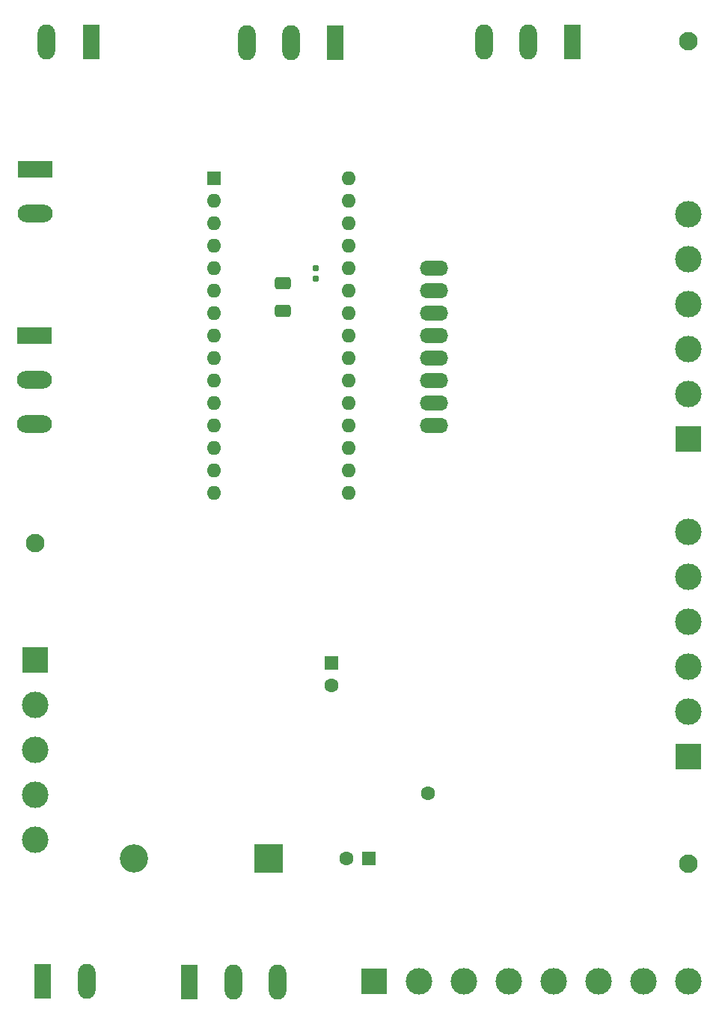
<source format=gbr>
%TF.GenerationSoftware,KiCad,Pcbnew,8.0.4*%
%TF.CreationDate,2025-07-07T11:58:56-07:00*%
%TF.ProjectId,board,626f6172-642e-46b6-9963-61645f706362,rev?*%
%TF.SameCoordinates,Original*%
%TF.FileFunction,Soldermask,Bot*%
%TF.FilePolarity,Negative*%
%FSLAX46Y46*%
G04 Gerber Fmt 4.6, Leading zero omitted, Abs format (unit mm)*
G04 Created by KiCad (PCBNEW 8.0.4) date 2025-07-07 11:58:56*
%MOMM*%
%LPD*%
G01*
G04 APERTURE LIST*
G04 Aperture macros list*
%AMRoundRect*
0 Rectangle with rounded corners*
0 $1 Rounding radius*
0 $2 $3 $4 $5 $6 $7 $8 $9 X,Y pos of 4 corners*
0 Add a 4 corners polygon primitive as box body*
4,1,4,$2,$3,$4,$5,$6,$7,$8,$9,$2,$3,0*
0 Add four circle primitives for the rounded corners*
1,1,$1+$1,$2,$3*
1,1,$1+$1,$4,$5*
1,1,$1+$1,$6,$7*
1,1,$1+$1,$8,$9*
0 Add four rect primitives between the rounded corners*
20,1,$1+$1,$2,$3,$4,$5,0*
20,1,$1+$1,$4,$5,$6,$7,0*
20,1,$1+$1,$6,$7,$8,$9,0*
20,1,$1+$1,$8,$9,$2,$3,0*%
G04 Aperture macros list end*
%ADD10R,1.980000X3.960000*%
%ADD11O,1.980000X3.960000*%
%ADD12R,3.000000X3.000000*%
%ADD13C,3.000000*%
%ADD14R,3.960000X1.980000*%
%ADD15O,3.960000X1.980000*%
%ADD16C,1.600000*%
%ADD17C,2.100000*%
%ADD18R,1.600000X1.600000*%
%ADD19O,1.600000X1.600000*%
%ADD20O,3.204000X1.704000*%
%ADD21R,3.200000X3.200000*%
%ADD22O,3.200000X3.200000*%
%ADD23RoundRect,0.250000X0.650000X-0.412500X0.650000X0.412500X-0.650000X0.412500X-0.650000X-0.412500X0*%
%ADD24RoundRect,0.155000X0.155000X-0.212500X0.155000X0.212500X-0.155000X0.212500X-0.155000X-0.212500X0*%
G04 APERTURE END LIST*
D10*
%TO.C,J1*%
X59685000Y-160500000D03*
D11*
X64685000Y-160500000D03*
%TD*%
D12*
%TO.C,J7*%
X97200000Y-160550000D03*
D13*
X102280000Y-160550000D03*
X107360000Y-160550000D03*
X112440000Y-160550000D03*
X117520000Y-160550000D03*
X122600000Y-160550000D03*
X127680000Y-160550000D03*
X132760000Y-160550000D03*
%TD*%
D10*
%TO.C,J10*%
X76250000Y-160600000D03*
D11*
X81250000Y-160600000D03*
X86250000Y-160600000D03*
%TD*%
D14*
%TO.C,J5*%
X58750000Y-87550000D03*
D15*
X58750000Y-92550000D03*
X58750000Y-97550000D03*
%TD*%
D16*
%TO.C,REF\u002A\u002A*%
X103300000Y-139300000D03*
%TD*%
D17*
%TO.C,REF\u002A\u002A*%
X132750000Y-54250000D03*
%TD*%
D18*
%TO.C,A1*%
X79035000Y-69750000D03*
D19*
X79035000Y-72290000D03*
X79035000Y-74830000D03*
X79035000Y-77370000D03*
X79035000Y-79910000D03*
X79035000Y-82450000D03*
X79035000Y-84990000D03*
X79035000Y-87530000D03*
X79035000Y-90070000D03*
X79035000Y-92610000D03*
X79035000Y-95150000D03*
X79035000Y-97690000D03*
X79035000Y-100230000D03*
X79035000Y-102770000D03*
X79035000Y-105310000D03*
X94275000Y-105310000D03*
X94275000Y-102770000D03*
X94275000Y-100230000D03*
X94275000Y-97690000D03*
X94275000Y-95150000D03*
X94275000Y-92610000D03*
X94275000Y-90070000D03*
X94275000Y-87530000D03*
X94275000Y-84990000D03*
X94275000Y-82450000D03*
X94275000Y-79910000D03*
X94275000Y-77370000D03*
X94275000Y-74830000D03*
X94275000Y-72290000D03*
X94275000Y-69750000D03*
%TD*%
D12*
%TO.C,J4*%
X132750000Y-99200000D03*
D13*
X132750000Y-94120000D03*
X132750000Y-89040000D03*
X132750000Y-83960000D03*
X132750000Y-78880000D03*
X132750000Y-73800000D03*
%TD*%
D12*
%TO.C,J2*%
X132750000Y-135150000D03*
D13*
X132750000Y-130070000D03*
X132750000Y-124990000D03*
X132750000Y-119910000D03*
X132750000Y-114830000D03*
X132750000Y-109750000D03*
%TD*%
D12*
%TO.C,J8*%
X58800000Y-124230000D03*
D13*
X58800000Y-129310000D03*
X58800000Y-134390000D03*
X58800000Y-139470000D03*
X58800000Y-144550000D03*
%TD*%
D17*
%TO.C,REF\u002A\u002A*%
X132750000Y-147250000D03*
%TD*%
D14*
%TO.C,J3*%
X58800000Y-68750000D03*
D15*
X58800000Y-73750000D03*
%TD*%
D10*
%TO.C,J12*%
X92750000Y-54450000D03*
D11*
X87750000Y-54450000D03*
X82750000Y-54450000D03*
%TD*%
D20*
%TO.C,ACC1*%
X103950000Y-95160000D03*
X103950000Y-82460000D03*
X103950000Y-97700000D03*
X103950000Y-85000000D03*
X103950000Y-87540000D03*
X103950000Y-79920000D03*
X103950000Y-92620000D03*
X103950000Y-90080000D03*
%TD*%
D17*
%TO.C,REF\u002A\u002A*%
X58800000Y-111000000D03*
%TD*%
D10*
%TO.C,J6*%
X65120000Y-54350000D03*
D11*
X60120000Y-54350000D03*
%TD*%
D18*
%TO.C,C5*%
X96550000Y-146600000D03*
D16*
X94050000Y-146600000D03*
%TD*%
D21*
%TO.C,D1*%
X85200000Y-146650000D03*
D22*
X69960000Y-146650000D03*
%TD*%
D10*
%TO.C,J13*%
X119600000Y-54350000D03*
D11*
X114600000Y-54350000D03*
X109600000Y-54350000D03*
%TD*%
D18*
%TO.C,C7*%
X92350000Y-124550000D03*
D16*
X92350000Y-127050000D03*
%TD*%
D23*
%TO.C,C14*%
X86850000Y-84762500D03*
X86850000Y-81637500D03*
%TD*%
D24*
%TO.C,C13*%
X90550000Y-81067500D03*
X90550000Y-79932500D03*
%TD*%
M02*

</source>
